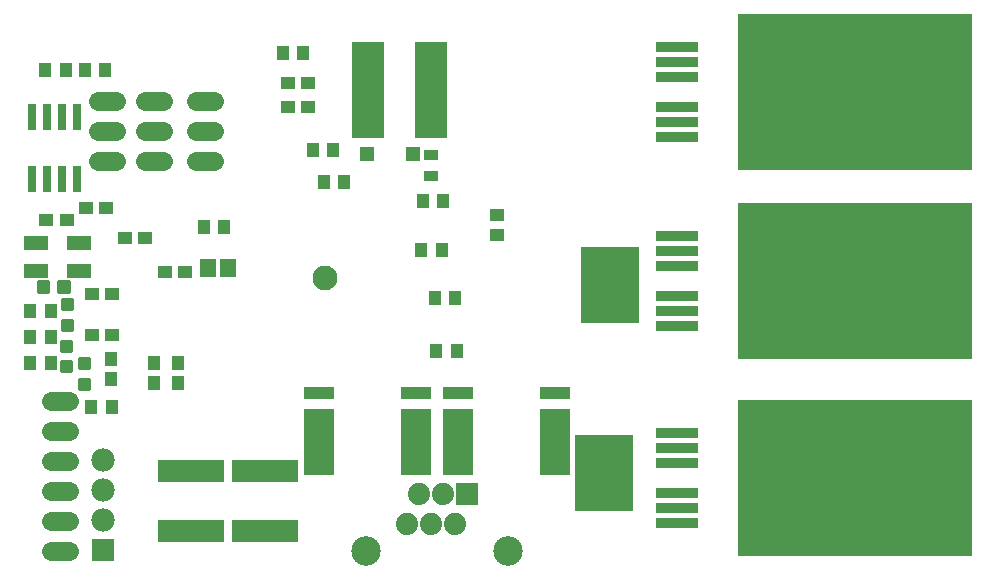
<source format=gbs>
G75*
%MOIN*%
%OFA0B0*%
%FSLAX25Y25*%
%IPPOS*%
%LPD*%
%AMOC8*
5,1,8,0,0,1.08239X$1,22.5*
%
%ADD10R,0.05124X0.03550*%
%ADD11R,0.05518X0.06306*%
%ADD12R,0.22054X0.07683*%
%ADD13R,0.04731X0.04337*%
%ADD14R,0.04724X0.04724*%
%ADD15C,0.06400*%
%ADD16R,0.11030X0.31896*%
%ADD17R,0.04337X0.04731*%
%ADD18R,0.19600X0.25800*%
%ADD19R,0.10000X0.22400*%
%ADD20R,0.10000X0.03900*%
%ADD21R,0.78400X0.52400*%
%ADD22R,0.14400X0.03200*%
%ADD23C,0.08274*%
%ADD24R,0.07880X0.04731*%
%ADD25R,0.02800X0.09100*%
%ADD26C,0.01301*%
%ADD27R,0.07400X0.07400*%
%ADD28C,0.07400*%
%ADD29C,0.09849*%
%ADD30R,0.07800X0.07800*%
%ADD31C,0.07800*%
D10*
X0192351Y0150071D03*
X0192351Y0157158D03*
D11*
X0124447Y0119240D03*
X0117754Y0119240D03*
D12*
X0112351Y0051779D03*
X0136726Y0051779D03*
X0136726Y0031700D03*
X0112351Y0031700D03*
D13*
X0086010Y0097052D03*
X0079317Y0097052D03*
X0079317Y0110802D03*
X0086010Y0110802D03*
X0103379Y0117990D03*
X0110072Y0117990D03*
X0096947Y0129240D03*
X0090254Y0129240D03*
X0083822Y0139240D03*
X0077129Y0139240D03*
X0070697Y0135177D03*
X0064004Y0135177D03*
X0144629Y0172990D03*
X0151322Y0172990D03*
X0151322Y0181115D03*
X0144629Y0181115D03*
X0214226Y0136961D03*
X0214226Y0130268D03*
D14*
X0186278Y0157365D03*
X0170924Y0157365D03*
D15*
X0071601Y0024865D02*
X0065601Y0024865D01*
X0065601Y0034865D02*
X0071601Y0034865D01*
X0071601Y0044865D02*
X0065601Y0044865D01*
X0065601Y0054865D02*
X0071601Y0054865D01*
X0071601Y0064865D02*
X0065601Y0064865D01*
X0065601Y0074865D02*
X0071601Y0074865D01*
X0081226Y0154865D02*
X0087226Y0154865D01*
X0096851Y0154865D02*
X0102851Y0154865D01*
X0113726Y0154865D02*
X0119726Y0154865D01*
X0119726Y0164865D02*
X0113726Y0164865D01*
X0102851Y0164865D02*
X0096851Y0164865D01*
X0087226Y0164865D02*
X0081226Y0164865D01*
X0081226Y0174865D02*
X0087226Y0174865D01*
X0096851Y0174865D02*
X0102851Y0174865D01*
X0113726Y0174865D02*
X0119726Y0174865D01*
D16*
X0171293Y0178615D03*
X0192159Y0178615D03*
D17*
X0159447Y0158615D03*
X0152754Y0158615D03*
X0156504Y0147990D03*
X0163197Y0147990D03*
X0189629Y0141740D03*
X0196322Y0141740D03*
X0195697Y0125490D03*
X0189004Y0125490D03*
X0193379Y0109240D03*
X0200072Y0109240D03*
X0200697Y0091740D03*
X0194004Y0091740D03*
X0123197Y0132990D03*
X0116504Y0132990D03*
X0065385Y0104865D03*
X0058692Y0104865D03*
X0058692Y0096427D03*
X0065385Y0096427D03*
X0065385Y0087677D03*
X0058692Y0087677D03*
X0079004Y0072990D03*
X0085697Y0072990D03*
X0085476Y0082456D03*
X0099851Y0080893D03*
X0099851Y0087586D03*
X0107976Y0087586D03*
X0107976Y0080893D03*
X0085476Y0089149D03*
X0083510Y0185177D03*
X0076817Y0185177D03*
X0070385Y0185177D03*
X0063692Y0185177D03*
X0142754Y0191115D03*
X0149447Y0191115D03*
D18*
X0251726Y0113615D03*
X0249851Y0051115D03*
D19*
X0233551Y0061365D03*
X0201151Y0061365D03*
X0187301Y0061365D03*
X0154901Y0061365D03*
D20*
X0154901Y0077615D03*
X0187301Y0077615D03*
X0201151Y0077615D03*
X0233551Y0077615D03*
D21*
X0333601Y0049240D03*
X0333601Y0114865D03*
X0333601Y0177990D03*
D22*
X0274051Y0182990D03*
X0274051Y0187990D03*
X0274051Y0192990D03*
X0274051Y0172990D03*
X0274051Y0167990D03*
X0274051Y0162990D03*
X0274051Y0129865D03*
X0274051Y0124865D03*
X0274051Y0119865D03*
X0274051Y0109865D03*
X0274051Y0104865D03*
X0274051Y0099865D03*
X0274051Y0064240D03*
X0274051Y0059240D03*
X0274051Y0054240D03*
X0274051Y0044240D03*
X0274051Y0039240D03*
X0274051Y0034240D03*
D23*
X0156726Y0116115D03*
D24*
X0074947Y0118462D03*
X0060380Y0118462D03*
X0060380Y0127517D03*
X0074947Y0127517D03*
D25*
X0074226Y0148940D03*
X0069226Y0148940D03*
X0064226Y0148940D03*
X0059226Y0148940D03*
X0059226Y0169540D03*
X0064226Y0169540D03*
X0069226Y0169540D03*
X0074226Y0169540D03*
D26*
X0068348Y0114508D02*
X0068348Y0111472D01*
X0068348Y0114508D02*
X0071384Y0114508D01*
X0071384Y0111472D01*
X0068348Y0111472D01*
X0068348Y0112772D02*
X0071384Y0112772D01*
X0071384Y0114072D02*
X0068348Y0114072D01*
X0061442Y0114508D02*
X0061442Y0111472D01*
X0061442Y0114508D02*
X0064478Y0114508D01*
X0064478Y0111472D01*
X0061442Y0111472D01*
X0061442Y0112772D02*
X0064478Y0112772D01*
X0064478Y0114072D02*
X0061442Y0114072D01*
X0069583Y0105549D02*
X0072619Y0105549D01*
X0069583Y0105549D02*
X0069583Y0108585D01*
X0072619Y0108585D01*
X0072619Y0105549D01*
X0072619Y0106849D02*
X0069583Y0106849D01*
X0069583Y0108149D02*
X0072619Y0108149D01*
X0072619Y0098644D02*
X0069583Y0098644D01*
X0069583Y0101680D01*
X0072619Y0101680D01*
X0072619Y0098644D01*
X0072619Y0099944D02*
X0069583Y0099944D01*
X0069583Y0101244D02*
X0072619Y0101244D01*
X0072306Y0091799D02*
X0069270Y0091799D01*
X0069270Y0094835D01*
X0072306Y0094835D01*
X0072306Y0091799D01*
X0072306Y0093099D02*
X0069270Y0093099D01*
X0069270Y0094399D02*
X0072306Y0094399D01*
X0075208Y0085862D02*
X0078244Y0085862D01*
X0075208Y0085862D02*
X0075208Y0088898D01*
X0078244Y0088898D01*
X0078244Y0085862D01*
X0078244Y0087162D02*
X0075208Y0087162D01*
X0075208Y0088462D02*
X0078244Y0088462D01*
X0072306Y0084894D02*
X0069270Y0084894D01*
X0069270Y0087930D01*
X0072306Y0087930D01*
X0072306Y0084894D01*
X0072306Y0086194D02*
X0069270Y0086194D01*
X0069270Y0087494D02*
X0072306Y0087494D01*
X0075208Y0078956D02*
X0078244Y0078956D01*
X0075208Y0078956D02*
X0075208Y0081992D01*
X0078244Y0081992D01*
X0078244Y0078956D01*
X0078244Y0080256D02*
X0075208Y0080256D01*
X0075208Y0081556D02*
X0078244Y0081556D01*
D27*
X0204351Y0043927D03*
D28*
X0196320Y0043927D03*
X0188288Y0043927D03*
X0184272Y0033927D03*
X0192304Y0033927D03*
X0200335Y0033927D03*
D29*
X0217934Y0024872D03*
X0170690Y0024872D03*
D30*
X0082976Y0025490D03*
D31*
X0082976Y0035490D03*
X0082976Y0045490D03*
X0082976Y0055490D03*
M02*

</source>
